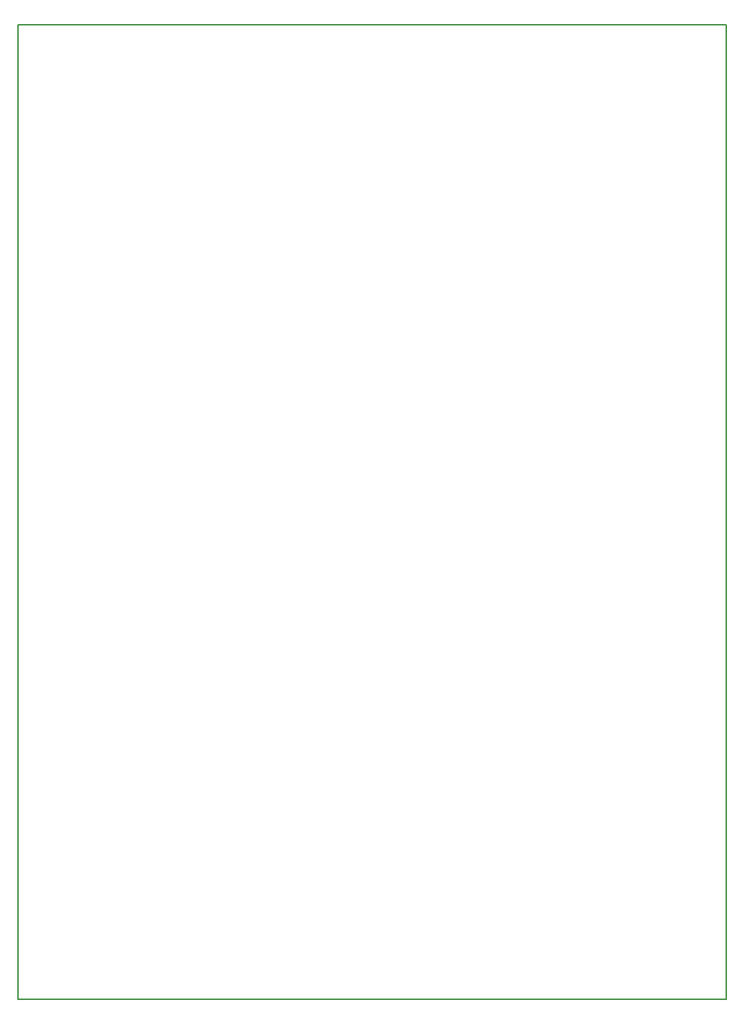
<source format=gbr>
G04 DipTrace 2.1.0.5*
%INBoardOutline.gbr*%
%MOIN*%
%ADD10C,0.0098*%
%ADD11C,0.0055*%
%ADD12C,0.003*%
%ADD13C,0.0197*%
%ADD14C,0.02*%
%ADD15C,0.04*%
%ADD16C,0.0295*%
%ADD17C,0.0394*%
%ADD18C,0.0013*%
%ADD19C,0.0187*%
%ADD20R,0.0709X0.0197*%
%ADD21R,0.0197X0.0709*%
%ADD22R,0.2165X0.0787*%
%ADD23R,0.02X0.1181*%
%ADD24R,0.06X0.056*%
%ADD25R,0.0295X0.1772*%
%ADD26R,0.056X0.06*%
%ADD27R,0.1969X0.0984*%
%ADD28C,0.059*%
%ADD29C,0.065*%
%ADD30C,0.0039*%
%ADD31R,0.0433X0.0354*%
%ADD32R,0.0394X0.0354*%
%ADD33R,0.0925X0.0236*%
%ADD34C,0.09*%
%ADD35R,0.1024X0.0551*%
%ADD36R,0.0512X0.0591*%
%ADD37R,0.06X0.06*%
%ADD38C,0.06*%
%ADD39R,0.0906X0.0906*%
%ADD40R,0.118X0.217*%
%ADD41R,0.0866X0.0236*%
%ADD42R,0.0728X0.1004*%
%ADD43R,0.07X0.03*%
%ADD44O,0.07X0.03*%
%ADD45R,0.03X0.07*%
%ADD46O,0.03X0.07*%
%ADD47R,0.059X0.059*%
%ADD48C,0.059*%
%ADD49C,0.03*%
%ADD50C,0.1181*%
%ADD51C,0.035*%
%ADD52C,0.0354*%
%ADD53C,0.05*%
%ADD54C,0.008*%
%ADD55C,0.068*%
%ADD56C,0.052*%
%ADD57C,0.067*%
%ADD58C,0.051*%
%ADD59R,0.067X0.067*%
%ADD60R,0.051X0.051*%
%ADD61O,0.038X0.078*%
%ADD62O,0.022X0.062*%
%ADD63R,0.038X0.078*%
%ADD64R,0.022X0.062*%
%ADD65O,0.078X0.038*%
%ADD66O,0.062X0.022*%
%ADD67R,0.078X0.038*%
%ADD68R,0.062X0.022*%
%ADD69R,0.0809X0.1084*%
%ADD70R,0.0648X0.0924*%
%ADD71R,0.0946X0.0317*%
%ADD72R,0.0786X0.0156*%
%ADD73R,0.126X0.225*%
%ADD74R,0.11X0.209*%
%ADD75R,0.0986X0.0986*%
%ADD76R,0.0825X0.0825*%
%ADD77R,0.068X0.068*%
%ADD78R,0.052X0.052*%
%ADD79R,0.0592X0.0671*%
%ADD80R,0.0431X0.051*%
%ADD81R,0.1104X0.0631*%
%ADD82R,0.0943X0.0471*%
%ADD83C,0.098*%
%ADD84C,0.082*%
%ADD85R,0.1006X0.0317*%
%ADD86R,0.0845X0.0156*%
%ADD87R,0.0474X0.0435*%
%ADD88R,0.0313X0.0274*%
%ADD89R,0.0513X0.0435*%
%ADD90R,0.0353X0.0274*%
%ADD91C,0.073*%
%ADD92C,0.057*%
%ADD93C,0.067*%
%ADD94C,0.051*%
%ADD95R,0.2049X0.1065*%
%ADD96R,0.1888X0.0904*%
%ADD97R,0.064X0.068*%
%ADD98R,0.048X0.052*%
%ADD99R,0.0376X0.1852*%
%ADD100R,0.0215X0.1691*%
%ADD101R,0.068X0.064*%
%ADD102R,0.052X0.048*%
%ADD103R,0.028X0.1261*%
%ADD104R,0.012X0.1101*%
%ADD105R,0.2246X0.0868*%
%ADD106R,0.2085X0.0707*%
%ADD107R,0.0277X0.0789*%
%ADD108R,0.0117X0.0628*%
%ADD109R,0.0789X0.0277*%
%ADD110R,0.0628X0.0117*%
%ADD111C,0.0093*%
%ADD112C,0.0124*%
%FSLAX44Y44*%
%SFA1B1*%
%OFA0B0*%
G04*
G70*
G90*
G75*
G01*
%LNBoardOutline*%
%LPD*%
D2*
D11*
X31496D1*
Y43307D1*
X0D1*
Y0D1*
M02*

</source>
